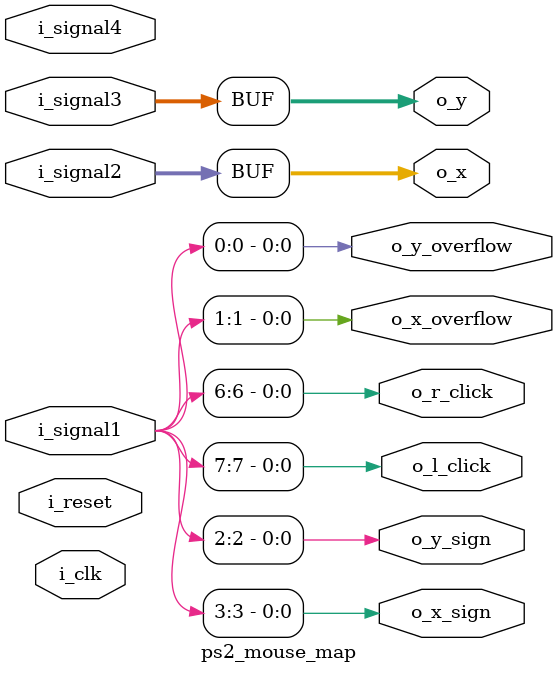
<source format=v>
`timescale 1ns / 1ps

module ps2_mouse_map(
                     input wire        i_clk,
                     input wire        i_reset,
                     input wire [7:0]  i_signal1,
                     input wire [7:0]  i_signal2,
                     input wire [7:0]  i_signal3,
                     input wire [7:0]  i_signal4,
                     output wire [7:0] o_x,
                     output wire [7:0] o_y,
                     output wire       o_x_sign,
                     output wire       o_y_sign,
                     output wire       o_l_click,
                     output wire       o_r_click,
                     output wire       o_x_overflow,
                     output wire       o_y_overflow
                     );
   // This module takes the 8-bit words (after they have been validated) and
   // converts them into cohesive signals that can be operated on. Output names
   // are indicative of the mappings. Note that other signals of importance may
   // not be accounted for here. Namely, the Microsoft Intellimouse type
   // extension for supporting a scroll wheel mouse. This may be added in the
   // future (feel free to open a PR).

   assign o_x = i_signal2;
   assign o_y = i_signal3;
   assign {o_x_overflow, o_y_overflow} = i_signal1[1:0];
   assign {o_x_sign, o_y_sign} = i_signal1[3:2];
   assign {o_l_click, o_r_click} = i_signal1[7:6];
endmodule

</source>
